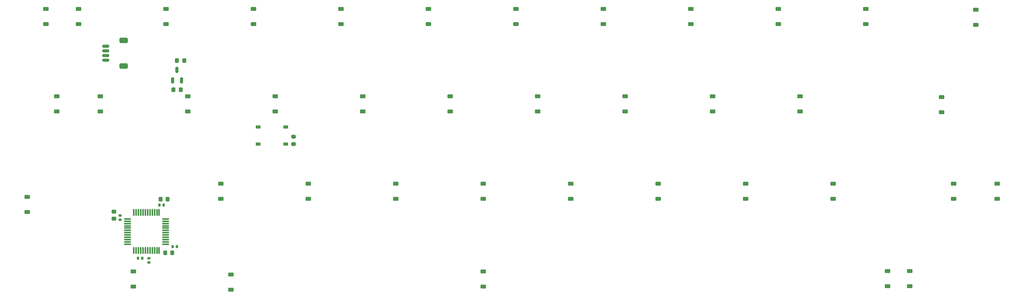
<source format=gbr>
%TF.GenerationSoftware,KiCad,Pcbnew,8.0.5*%
%TF.CreationDate,2024-09-21T22:15:35+05:30*%
%TF.ProjectId,kalam,6b616c61-6d2e-46b6-9963-61645f706362,rev?*%
%TF.SameCoordinates,Original*%
%TF.FileFunction,Paste,Bot*%
%TF.FilePolarity,Positive*%
%FSLAX46Y46*%
G04 Gerber Fmt 4.6, Leading zero omitted, Abs format (unit mm)*
G04 Created by KiCad (PCBNEW 8.0.5) date 2024-09-21 22:15:35*
%MOMM*%
%LPD*%
G01*
G04 APERTURE LIST*
G04 Aperture macros list*
%AMRoundRect*
0 Rectangle with rounded corners*
0 $1 Rounding radius*
0 $2 $3 $4 $5 $6 $7 $8 $9 X,Y pos of 4 corners*
0 Add a 4 corners polygon primitive as box body*
4,1,4,$2,$3,$4,$5,$6,$7,$8,$9,$2,$3,0*
0 Add four circle primitives for the rounded corners*
1,1,$1+$1,$2,$3*
1,1,$1+$1,$4,$5*
1,1,$1+$1,$6,$7*
1,1,$1+$1,$8,$9*
0 Add four rect primitives between the rounded corners*
20,1,$1+$1,$2,$3,$4,$5,0*
20,1,$1+$1,$4,$5,$6,$7,0*
20,1,$1+$1,$6,$7,$8,$9,0*
20,1,$1+$1,$8,$9,$2,$3,0*%
G04 Aperture macros list end*
%ADD10RoundRect,0.140000X0.140000X0.170000X-0.140000X0.170000X-0.140000X-0.170000X0.140000X-0.170000X0*%
%ADD11RoundRect,0.225000X0.375000X-0.225000X0.375000X0.225000X-0.375000X0.225000X-0.375000X-0.225000X0*%
%ADD12R,1.000000X0.750000*%
%ADD13RoundRect,0.225000X-0.225000X-0.250000X0.225000X-0.250000X0.225000X0.250000X-0.225000X0.250000X0*%
%ADD14RoundRect,0.200000X0.275000X-0.200000X0.275000X0.200000X-0.275000X0.200000X-0.275000X-0.200000X0*%
%ADD15RoundRect,0.140000X-0.170000X0.140000X-0.170000X-0.140000X0.170000X-0.140000X0.170000X0.140000X0*%
%ADD16RoundRect,0.140000X-0.140000X-0.170000X0.140000X-0.170000X0.140000X0.170000X-0.140000X0.170000X0*%
%ADD17RoundRect,0.225000X-0.250000X0.225000X-0.250000X-0.225000X0.250000X-0.225000X0.250000X0.225000X0*%
%ADD18RoundRect,0.150000X-0.625000X0.150000X-0.625000X-0.150000X0.625000X-0.150000X0.625000X0.150000X0*%
%ADD19RoundRect,0.250000X-0.650000X0.350000X-0.650000X-0.350000X0.650000X-0.350000X0.650000X0.350000X0*%
%ADD20RoundRect,0.225000X0.225000X0.250000X-0.225000X0.250000X-0.225000X-0.250000X0.225000X-0.250000X0*%
%ADD21RoundRect,0.075000X0.075000X-0.662500X0.075000X0.662500X-0.075000X0.662500X-0.075000X-0.662500X0*%
%ADD22RoundRect,0.075000X0.662500X-0.075000X0.662500X0.075000X-0.662500X0.075000X-0.662500X-0.075000X0*%
%ADD23RoundRect,0.150000X0.150000X-0.512500X0.150000X0.512500X-0.150000X0.512500X-0.150000X-0.512500X0*%
%ADD24RoundRect,0.140000X0.170000X-0.140000X0.170000X0.140000X-0.170000X0.140000X-0.170000X-0.140000X0*%
G04 APERTURE END LIST*
D10*
%TO.C,C6*%
X60716706Y-64190669D03*
X59756706Y-64190669D03*
%TD*%
D11*
%TO.C,D5*%
X99317956Y-24705460D03*
X99317956Y-21405460D03*
%TD*%
%TO.C,D4*%
X80267956Y-24705460D03*
X80267956Y-21405460D03*
%TD*%
D12*
%TO.C,SW1*%
X81236754Y-50899210D03*
X87236754Y-50899210D03*
X81236754Y-47149210D03*
X87236754Y-47149210D03*
%TD*%
D11*
%TO.C,D18*%
X123130456Y-43755460D03*
X123130456Y-40455460D03*
%TD*%
D13*
%TO.C,C9*%
X62824206Y-38992960D03*
X64374206Y-38992960D03*
%TD*%
D14*
%TO.C,R1*%
X88999258Y-50899210D03*
X88999258Y-49249210D03*
%TD*%
D15*
%TO.C,C4*%
X51211706Y-66433030D03*
X51211706Y-67393030D03*
%TD*%
D11*
%TO.C,D38*%
X218380338Y-81855412D03*
X218380338Y-78555412D03*
%TD*%
%TO.C,D14*%
X46930456Y-43755460D03*
X46930456Y-40455460D03*
%TD*%
D16*
%TO.C,C1*%
X62623082Y-73223386D03*
X63583082Y-73223386D03*
%TD*%
D11*
%TO.C,D12*%
X237529534Y-24867160D03*
X237529534Y-21567160D03*
%TD*%
%TO.C,D39*%
X223142820Y-81855412D03*
X223142820Y-78555412D03*
%TD*%
%TO.C,D17*%
X104080456Y-43755460D03*
X104080456Y-40455460D03*
%TD*%
D17*
%TO.C,C5*%
X49877380Y-65572345D03*
X49877380Y-67122345D03*
%TD*%
D11*
%TO.C,D22*%
X199330456Y-43755460D03*
X199330456Y-40455460D03*
%TD*%
%TO.C,D36*%
X75307014Y-82649210D03*
X75307014Y-79349210D03*
%TD*%
D13*
%TO.C,C3*%
X60986706Y-74592185D03*
X62536706Y-74592185D03*
%TD*%
D11*
%TO.C,D34*%
X242192804Y-62805460D03*
X242192804Y-59505460D03*
%TD*%
%TO.C,D8*%
X156467956Y-24705460D03*
X156467956Y-21405460D03*
%TD*%
%TO.C,D9*%
X175517956Y-24705460D03*
X175517956Y-21405460D03*
%TD*%
%TO.C,D3*%
X61217956Y-24705460D03*
X61217956Y-21405460D03*
%TD*%
%TO.C,D35*%
X54074206Y-81917960D03*
X54074206Y-78617960D03*
%TD*%
%TO.C,D32*%
X206474206Y-62805460D03*
X206474206Y-59505460D03*
%TD*%
%TO.C,D24*%
X30956234Y-65646050D03*
X30956234Y-62346050D03*
%TD*%
%TO.C,D10*%
X194567956Y-24705460D03*
X194567956Y-21405460D03*
%TD*%
%TO.C,D1*%
X35024206Y-24705460D03*
X35024206Y-21405460D03*
%TD*%
%TO.C,D30*%
X168374206Y-62805460D03*
X168374206Y-59505460D03*
%TD*%
%TO.C,D19*%
X142180456Y-43755460D03*
X142180456Y-40455460D03*
%TD*%
D18*
%TO.C,J1*%
X48105456Y-29555460D03*
X48105456Y-30555460D03*
X48105456Y-31555460D03*
X48105456Y-32555460D03*
D19*
X51980456Y-28255460D03*
X51980456Y-33855460D03*
%TD*%
D11*
%TO.C,D29*%
X149324206Y-62805460D03*
X149324206Y-59505460D03*
%TD*%
D16*
%TO.C,C2*%
X55081706Y-75799170D03*
X56041706Y-75799170D03*
%TD*%
D11*
%TO.C,D21*%
X180280456Y-43755460D03*
X180280456Y-40455460D03*
%TD*%
%TO.C,D2*%
X42167956Y-21405460D03*
X42167956Y-24705460D03*
%TD*%
%TO.C,D26*%
X92174206Y-62805460D03*
X92174206Y-59505460D03*
%TD*%
%TO.C,D20*%
X161230456Y-43755460D03*
X161230456Y-40455460D03*
%TD*%
%TO.C,D25*%
X73124206Y-62805460D03*
X73124206Y-59505460D03*
%TD*%
%TO.C,D31*%
X187424206Y-62805460D03*
X187424206Y-59505460D03*
%TD*%
D20*
%TO.C,C7*%
X61561706Y-62874170D03*
X60011706Y-62874170D03*
%TD*%
D11*
%TO.C,D13*%
X37405456Y-43755460D03*
X37405456Y-40455460D03*
%TD*%
%TO.C,D16*%
X85030456Y-43755460D03*
X85030456Y-40455460D03*
%TD*%
%TO.C,D6*%
X118367956Y-24705460D03*
X118367956Y-21405460D03*
%TD*%
%TO.C,D7*%
X137417956Y-24705460D03*
X137417956Y-21405460D03*
%TD*%
%TO.C,D23*%
X230088134Y-43917128D03*
X230088134Y-40617128D03*
%TD*%
%TO.C,D33*%
X232767038Y-62805428D03*
X232767038Y-59505428D03*
%TD*%
D21*
%TO.C,U2*%
X59711706Y-74111670D03*
X59211706Y-74111670D03*
X58711706Y-74111670D03*
X58211706Y-74111670D03*
X57711706Y-74111670D03*
X57211706Y-74111670D03*
X56711706Y-74111670D03*
X56211706Y-74111670D03*
X55711706Y-74111670D03*
X55211706Y-74111670D03*
X54711706Y-74111670D03*
X54211706Y-74111670D03*
D22*
X52799206Y-72699170D03*
X52799206Y-72199170D03*
X52799206Y-71699170D03*
X52799206Y-71199170D03*
X52799206Y-70699170D03*
X52799206Y-70199170D03*
X52799206Y-69699170D03*
X52799206Y-69199170D03*
X52799206Y-68699170D03*
X52799206Y-68199170D03*
X52799206Y-67699170D03*
X52799206Y-67199170D03*
D21*
X54211706Y-65786670D03*
X54711706Y-65786670D03*
X55211706Y-65786670D03*
X55711706Y-65786670D03*
X56211706Y-65786670D03*
X56711706Y-65786670D03*
X57211706Y-65786670D03*
X57711706Y-65786670D03*
X58211706Y-65786670D03*
X58711706Y-65786670D03*
X59211706Y-65786670D03*
X59711706Y-65786670D03*
D22*
X61124206Y-67199170D03*
X61124206Y-67699170D03*
X61124206Y-68199170D03*
X61124206Y-68699170D03*
X61124206Y-69199170D03*
X61124206Y-69699170D03*
X61124206Y-70199170D03*
X61124206Y-70699170D03*
X61124206Y-71199170D03*
X61124206Y-71699170D03*
X61124206Y-72199170D03*
X61124206Y-72699170D03*
%TD*%
D11*
%TO.C,D27*%
X111224206Y-62805460D03*
X111224206Y-59505460D03*
%TD*%
%TO.C,D11*%
X213617956Y-24705460D03*
X213617956Y-21405460D03*
%TD*%
D13*
%TO.C,C8*%
X63599206Y-32642960D03*
X65149206Y-32642960D03*
%TD*%
D11*
%TO.C,D15*%
X65980456Y-43755460D03*
X65980456Y-40455460D03*
%TD*%
%TO.C,D28*%
X130274206Y-62805460D03*
X130274206Y-59505460D03*
%TD*%
D23*
%TO.C,U1*%
X64549206Y-36955460D03*
X62649206Y-36955460D03*
X63599206Y-34680460D03*
%TD*%
D11*
%TO.C,D37*%
X130274148Y-81917912D03*
X130274148Y-78617912D03*
%TD*%
D24*
%TO.C,C10*%
X57447618Y-76729170D03*
X57447618Y-75769170D03*
%TD*%
M02*

</source>
